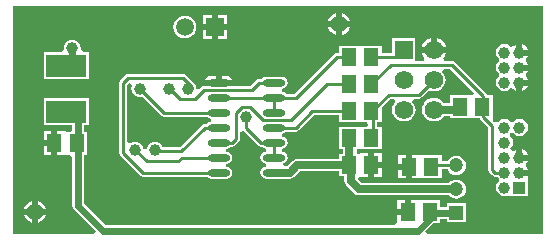
<source format=gbl>
G04 Layer_Physical_Order=2*
G04 Layer_Color=16711680*
%FSLAX24Y24*%
%MOIN*%
G70*
G01*
G75*
%ADD10R,0.0512X0.0591*%
%ADD21C,0.0236*%
%ADD22C,0.0100*%
%ADD23C,0.0250*%
%ADD26C,0.0551*%
%ADD27C,0.0472*%
%ADD28R,0.0472X0.0472*%
%ADD29C,0.0620*%
%ADD30R,0.0620X0.0620*%
%ADD31R,0.0394X0.0394*%
%ADD32C,0.0394*%
%ADD33C,0.0591*%
%ADD34R,0.0591X0.0591*%
%ADD35R,0.1339X0.0748*%
%ADD36O,0.0748X0.0236*%
G36*
X4198Y-3804D02*
X312D01*
X274Y-3712D01*
X560Y-3425D01*
X760D01*
Y-3289D01*
X984D01*
Y-3404D01*
X1616D01*
Y-2771D01*
X984D01*
Y-2885D01*
X760D01*
Y-2675D01*
X124D01*
X32Y-2655D01*
X32Y-2655D01*
X32Y-2655D01*
X-224D01*
Y-3050D01*
X-324D01*
Y-3150D01*
X-680D01*
Y-3445D01*
X-763Y-3487D01*
X-10377D01*
X-11099Y-2766D01*
Y-1151D01*
X-11016D01*
Y-400D01*
X-11099D01*
Y-172D01*
X-10951D01*
Y736D01*
X-12449D01*
Y-172D01*
X-11503D01*
Y-329D01*
X-11573Y-400D01*
X-11653D01*
X-11745Y-380D01*
X-11780Y-380D01*
X-12000D01*
Y-775D01*
Y-1171D01*
X-11780D01*
X-11745Y-1171D01*
X-11653Y-1151D01*
X-11573D01*
X-11503Y-1221D01*
Y-2849D01*
X-11487Y-2927D01*
X-11444Y-2992D01*
X-10724Y-3712D01*
X-10762Y-3804D01*
X-13467D01*
Y3804D01*
X4198D01*
Y-3804D01*
D02*
G37*
%LPC*%
G36*
X-12200Y-875D02*
X-12456D01*
Y-1171D01*
X-12200D01*
Y-875D01*
D02*
G37*
G36*
X-374Y-1155D02*
X-630D01*
Y-1450D01*
X-374D01*
Y-1155D01*
D02*
G37*
G36*
X-1426Y-1105D02*
Y-1400D01*
X-1170D01*
Y-1105D01*
X-1426D01*
D02*
G37*
G36*
X3506Y-970D02*
Y-1150D01*
X3686D01*
X3666Y-1100D01*
X3618Y-1038D01*
X3556Y-991D01*
X3506Y-970D01*
D02*
G37*
G36*
X-6725Y1472D02*
X-6881D01*
X-6966Y1455D01*
X-7038Y1407D01*
X-7077Y1350D01*
X-6725D01*
Y1472D01*
D02*
G37*
G36*
X3686Y1150D02*
X3506D01*
Y970D01*
X3556Y991D01*
X3618Y1038D01*
X3666Y1100D01*
X3686Y1150D01*
D02*
G37*
G36*
X-12200Y-380D02*
X-12456D01*
Y-675D01*
X-12200D01*
Y-380D01*
D02*
G37*
G36*
X82Y-1155D02*
X46Y-1155D01*
X-174D01*
Y-1550D01*
Y-1945D01*
X46D01*
X82Y-1945D01*
X174Y-1925D01*
X810D01*
Y-1645D01*
X1013D01*
X1024Y-1672D01*
X1074Y-1738D01*
X1141Y-1789D01*
X1217Y-1821D01*
X1300Y-1832D01*
X1383Y-1821D01*
X1459Y-1789D01*
X1526Y-1738D01*
X1576Y-1672D01*
X1608Y-1595D01*
X1619Y-1513D01*
X1608Y-1430D01*
X1576Y-1353D01*
X1526Y-1287D01*
X1459Y-1236D01*
X1383Y-1205D01*
X1300Y-1194D01*
X1217Y-1205D01*
X1141Y-1236D01*
X1074Y-1287D01*
X1024Y-1353D01*
X1013Y-1380D01*
X810D01*
Y-1175D01*
X174D01*
X82Y-1155D01*
D02*
G37*
G36*
X-12850Y-2685D02*
X-12939Y-2722D01*
X-13018Y-2782D01*
X-13078Y-2861D01*
X-13115Y-2950D01*
X-12850D01*
Y-2685D01*
D02*
G37*
G36*
X-12385Y-3150D02*
X-12650D01*
Y-3415D01*
X-12561Y-3378D01*
X-12482Y-3318D01*
X-12422Y-3239D01*
X-12385Y-3150D01*
D02*
G37*
G36*
X-12850D02*
X-13115D01*
X-13078Y-3239D01*
X-13018Y-3318D01*
X-12939Y-3378D01*
X-12850Y-3415D01*
Y-3150D01*
D02*
G37*
G36*
X-12650Y-2685D02*
Y-2950D01*
X-12385D01*
X-12422Y-2861D01*
X-12482Y-2782D01*
X-12561Y-2722D01*
X-12650Y-2685D01*
D02*
G37*
G36*
X-1170Y-1600D02*
X-1426D01*
Y-1895D01*
X-1170D01*
Y-1600D01*
D02*
G37*
G36*
X-374Y-1650D02*
X-630D01*
Y-1945D01*
X-374D01*
Y-1650D01*
D02*
G37*
G36*
X-424Y-2655D02*
X-680D01*
Y-2950D01*
X-424D01*
Y-2655D01*
D02*
G37*
G36*
X-7750Y3479D02*
X-7848Y3466D01*
X-7939Y3428D01*
X-8018Y3368D01*
X-8078Y3289D01*
X-8116Y3198D01*
X-8129Y3100D01*
X-8116Y3002D01*
X-8078Y2911D01*
X-8018Y2832D01*
X-7939Y2772D01*
X-7848Y2734D01*
X-7750Y2721D01*
X-7652Y2734D01*
X-7561Y2772D01*
X-7482Y2832D01*
X-7422Y2911D01*
X-7384Y3002D01*
X-7371Y3100D01*
X-7384Y3198D01*
X-7422Y3289D01*
X-7482Y3368D01*
X-7561Y3428D01*
X-7652Y3466D01*
X-7750Y3479D01*
D02*
G37*
G36*
X-2700Y3100D02*
X-2965D01*
X-2928Y3011D01*
X-2868Y2932D01*
X-2789Y2872D01*
X-2700Y2835D01*
Y3100D01*
D02*
G37*
G36*
X-6850Y3000D02*
X-7145D01*
Y2705D01*
X-6850D01*
Y3000D01*
D02*
G37*
G36*
X-6355D02*
X-6650D01*
Y2705D01*
X-6355D01*
Y3000D01*
D02*
G37*
G36*
X-2235Y3100D02*
X-2500D01*
Y2835D01*
X-2411Y2872D01*
X-2332Y2932D01*
X-2272Y3011D01*
X-2235Y3100D01*
D02*
G37*
G36*
X-2700Y3565D02*
X-2789Y3528D01*
X-2868Y3468D01*
X-2928Y3389D01*
X-2965Y3300D01*
X-2700D01*
Y3565D01*
D02*
G37*
G36*
X-2500D02*
Y3300D01*
X-2235D01*
X-2272Y3389D01*
X-2332Y3468D01*
X-2411Y3528D01*
X-2500Y3565D01*
D02*
G37*
G36*
X-6850Y3495D02*
X-7145D01*
Y3200D01*
X-6850D01*
Y3495D01*
D02*
G37*
G36*
X-6355D02*
X-6650D01*
Y3200D01*
X-6355D01*
Y3495D01*
D02*
G37*
G36*
X-6369Y1472D02*
X-6525D01*
Y1350D01*
X-6174D01*
X-6212Y1407D01*
X-6284Y1455D01*
X-6369Y1472D01*
D02*
G37*
G36*
X-60Y2740D02*
X-840D01*
Y2233D01*
X-1190D01*
Y2475D01*
X-1838D01*
X-1862Y2475D01*
X-1938D01*
X-1962Y2475D01*
X-2610D01*
Y2233D01*
X-2687D01*
X-2738Y2222D01*
X-2781Y2194D01*
X-4092Y883D01*
X-4369D01*
X-4376Y893D01*
X-4442Y937D01*
X-4519Y952D01*
Y1048D01*
X-4442Y1063D01*
X-4376Y1107D01*
X-4332Y1173D01*
X-4317Y1250D01*
X-4332Y1327D01*
X-4376Y1393D01*
X-4442Y1437D01*
X-4519Y1452D01*
X-5031D01*
X-5108Y1437D01*
X-5174Y1393D01*
X-5180Y1383D01*
X-5270D01*
X-5321Y1372D01*
X-5364Y1344D01*
X-5575Y1133D01*
X-6074D01*
X-6088Y1150D01*
X-7109D01*
X-7151Y1122D01*
X-7194Y1094D01*
X-7275Y1013D01*
X-7350Y1042D01*
X-7372Y1057D01*
X-7380Y1122D01*
X-7408Y1190D01*
X-7453Y1247D01*
X-7510Y1292D01*
X-7530Y1300D01*
X-7724Y1494D01*
X-7767Y1522D01*
X-7817Y1533D01*
X-9650D01*
X-9701Y1522D01*
X-9744Y1494D01*
X-9894Y1344D01*
X-9922Y1301D01*
X-9933Y1250D01*
Y-1100D01*
X-9922Y-1151D01*
X-9894Y-1194D01*
X-9244Y-1844D01*
X-9201Y-1872D01*
X-9150Y-1883D01*
X-7031D01*
X-7024Y-1893D01*
X-6958Y-1937D01*
X-6881Y-1952D01*
X-6369D01*
X-6292Y-1937D01*
X-6226Y-1893D01*
X-6183Y-1827D01*
X-6167Y-1750D01*
X-6183Y-1673D01*
X-6226Y-1607D01*
X-6292Y-1563D01*
X-6369Y-1548D01*
Y-1452D01*
X-6292Y-1437D01*
X-6226Y-1393D01*
X-6183Y-1327D01*
X-6167Y-1250D01*
X-6183Y-1173D01*
X-6226Y-1107D01*
X-6292Y-1063D01*
X-6369Y-1048D01*
Y-952D01*
X-6292Y-937D01*
X-6226Y-893D01*
X-6220Y-883D01*
X-6163D01*
X-6113Y-872D01*
X-6070Y-844D01*
X-5942Y-716D01*
X-5913Y-673D01*
X-5903Y-622D01*
Y-384D01*
X-5803Y-353D01*
X-5802Y-354D01*
X-5313Y-844D01*
X-5270Y-872D01*
X-5219Y-883D01*
X-5180D01*
X-5174Y-893D01*
X-5108Y-937D01*
X-5031Y-952D01*
Y-1048D01*
X-5108Y-1063D01*
X-5174Y-1107D01*
X-5217Y-1173D01*
X-5233Y-1250D01*
X-5217Y-1327D01*
X-5174Y-1393D01*
X-5108Y-1437D01*
X-5031Y-1452D01*
Y-1548D01*
X-5108Y-1563D01*
X-5174Y-1607D01*
X-5217Y-1673D01*
X-5233Y-1750D01*
X-5217Y-1827D01*
X-5174Y-1893D01*
X-5108Y-1937D01*
X-5031Y-1952D01*
X-4519D01*
X-4515Y-1951D01*
X-4475Y-1959D01*
X-4250D01*
X-4250Y-1959D01*
X-4170Y-1943D01*
X-4102Y-1898D01*
X-3913Y-1709D01*
X-2610D01*
Y-1875D01*
X-2433D01*
Y-2026D01*
X-2433Y-2026D01*
X-2417Y-2106D01*
X-2372Y-2174D01*
X-2098Y-2448D01*
X-2030Y-2493D01*
X-1950Y-2509D01*
X1062D01*
X1074Y-2526D01*
X1141Y-2576D01*
X1217Y-2608D01*
X1300Y-2619D01*
X1383Y-2608D01*
X1459Y-2576D01*
X1526Y-2526D01*
X1576Y-2459D01*
X1608Y-2383D01*
X1619Y-2300D01*
X1608Y-2217D01*
X1576Y-2141D01*
X1526Y-2074D01*
X1459Y-2024D01*
X1383Y-1992D01*
X1300Y-1981D01*
X1217Y-1992D01*
X1141Y-2024D01*
X1074Y-2074D01*
X1062Y-2091D01*
X-1863D01*
X-1979Y-1975D01*
X-1941Y-1882D01*
X-1882Y-1895D01*
X-1846Y-1895D01*
X-1626D01*
Y-1500D01*
Y-1105D01*
X-1846D01*
X-1882Y-1105D01*
X-1965Y-1123D01*
X-1999Y-1119D01*
X-2000Y-1117D01*
X-2000Y-981D01*
X-1994Y-975D01*
X-1862Y-975D01*
X-1838Y-975D01*
X-1190D01*
Y-225D01*
X-1343D01*
Y-75D01*
X-1190D01*
Y422D01*
X-895Y717D01*
X-776D01*
X-746Y661D01*
X-736Y617D01*
X-791Y547D01*
X-830Y452D01*
X-843Y350D01*
X-830Y248D01*
X-791Y153D01*
X-728Y72D01*
X-647Y9D01*
X-552Y-30D01*
X-450Y-43D01*
X-348Y-30D01*
X-253Y9D01*
X-172Y72D01*
X-109Y153D01*
X-70Y248D01*
X-57Y350D01*
X-70Y452D01*
X-109Y547D01*
X-164Y617D01*
X-154Y661D01*
X-124Y717D01*
X50D01*
X101Y728D01*
X144Y756D01*
X384Y997D01*
X448Y970D01*
X550Y957D01*
X652Y970D01*
X747Y1009D01*
X828Y1072D01*
X891Y1153D01*
X930Y1248D01*
X943Y1350D01*
X930Y1452D01*
X891Y1547D01*
X836Y1617D01*
X846Y1661D01*
X876Y1717D01*
X1095D01*
X1895Y918D01*
X1857Y825D01*
X1762Y825D01*
X1738Y825D01*
X1090D01*
Y559D01*
X881D01*
X828Y628D01*
X747Y691D01*
X652Y730D01*
X550Y743D01*
X448Y730D01*
X353Y691D01*
X272Y628D01*
X209Y547D01*
X170Y452D01*
X157Y350D01*
X170Y248D01*
X209Y153D01*
X272Y72D01*
X353Y9D01*
X448Y-30D01*
X550Y-43D01*
X652Y-30D01*
X747Y9D01*
X828Y72D01*
X881Y141D01*
X1090D01*
Y75D01*
X1738D01*
X1762Y75D01*
X1838D01*
X1862Y75D01*
X2075D01*
X2078Y64D01*
X2106Y21D01*
X2367Y-241D01*
Y-1650D01*
X2378Y-1701D01*
X2406Y-1744D01*
X2506Y-1844D01*
X2549Y-1872D01*
X2600Y-1883D01*
X2662D01*
X2664Y-1890D01*
X2709Y-1947D01*
Y-2053D01*
X2664Y-2110D01*
X2637Y-2178D01*
X2627Y-2250D01*
X2637Y-2322D01*
X2664Y-2390D01*
X2709Y-2447D01*
X2767Y-2492D01*
X2834Y-2520D01*
X2906Y-2529D01*
X2979Y-2520D01*
X3029Y-2499D01*
X3129Y-2527D01*
Y-2527D01*
X3129Y-2527D01*
X3683D01*
Y-1973D01*
X3683Y-1973D01*
X3677Y-1873D01*
X3686Y-1850D01*
X3406D01*
Y-1650D01*
X3686D01*
X3666Y-1600D01*
X3618Y-1538D01*
Y-1462D01*
X3666Y-1400D01*
X3686Y-1350D01*
X3406D01*
Y-1250D01*
X3306D01*
Y-970D01*
X3257Y-991D01*
X3210Y-1027D01*
X3204Y-1028D01*
X3104Y-950D01*
Y-947D01*
X3148Y-890D01*
X3176Y-822D01*
X3186Y-750D01*
X3176Y-678D01*
X3148Y-610D01*
X3104Y-553D01*
Y-447D01*
X3209D01*
X3267Y-492D01*
X3334Y-520D01*
X3406Y-529D01*
X3479Y-520D01*
X3546Y-492D01*
X3604Y-447D01*
X3648Y-390D01*
X3676Y-322D01*
X3686Y-250D01*
X3676Y-178D01*
X3648Y-110D01*
X3604Y-53D01*
X3546Y-8D01*
X3479Y20D01*
X3406Y29D01*
X3334Y20D01*
X3267Y-8D01*
X3209Y-53D01*
X3104D01*
X3046Y-8D01*
X2979Y20D01*
X2906Y29D01*
X2834Y20D01*
X2767Y-8D01*
X2709Y-53D01*
X2698Y-67D01*
X2652Y-78D01*
X2585Y-76D01*
X2573Y-71D01*
X2524Y-22D01*
X2510Y75D01*
X2510D01*
X2510Y75D01*
Y825D01*
X2328D01*
X2322Y851D01*
X2294Y894D01*
X1244Y1944D01*
X1201Y1972D01*
X1150Y1983D01*
X906D01*
X891Y2000D01*
X862Y2083D01*
X908Y2143D01*
X949Y2243D01*
X950Y2250D01*
X150D01*
X151Y2243D01*
X192Y2143D01*
X238Y2083D01*
X209Y2000D01*
X194Y1983D01*
X-60D01*
Y2740D01*
D02*
G37*
G36*
X-11500Y2679D02*
X-11572Y2670D01*
X-11640Y2642D01*
X-11697Y2597D01*
X-11742Y2540D01*
X-11770Y2472D01*
X-11779Y2400D01*
X-11776Y2372D01*
X-11844Y2272D01*
X-12449D01*
Y1364D01*
X-10951D01*
Y2272D01*
X-11156D01*
X-11224Y2372D01*
X-11221Y2400D01*
X-11230Y2472D01*
X-11258Y2540D01*
X-11303Y2597D01*
X-11360Y2642D01*
X-11428Y2670D01*
X-11500Y2679D01*
D02*
G37*
G36*
X3506Y2530D02*
Y2350D01*
X3686D01*
X3666Y2400D01*
X3618Y2462D01*
X3556Y2509D01*
X3506Y2530D01*
D02*
G37*
G36*
X650Y2750D02*
Y2450D01*
X950D01*
X949Y2457D01*
X908Y2557D01*
X842Y2642D01*
X757Y2708D01*
X657Y2749D01*
X650Y2750D01*
D02*
G37*
G36*
X450D02*
X443Y2749D01*
X343Y2708D01*
X258Y2642D01*
X192Y2557D01*
X151Y2457D01*
X150Y2450D01*
X450D01*
Y2750D01*
D02*
G37*
G36*
X3306Y2530D02*
X3257Y2509D01*
X3210Y2473D01*
X3104Y2447D01*
X3046Y2492D01*
X2979Y2520D01*
X2906Y2529D01*
X2834Y2520D01*
X2767Y2492D01*
X2709Y2447D01*
X2664Y2390D01*
X2637Y2322D01*
X2627Y2250D01*
X2637Y2178D01*
X2664Y2110D01*
X2709Y2053D01*
Y1947D01*
X2664Y1890D01*
X2637Y1822D01*
X2627Y1750D01*
X2637Y1678D01*
X2664Y1610D01*
X2709Y1553D01*
Y1447D01*
X2664Y1390D01*
X2637Y1322D01*
X2627Y1250D01*
X2637Y1178D01*
X2664Y1110D01*
X2709Y1053D01*
X2767Y1008D01*
X2834Y980D01*
X2906Y971D01*
X2979Y980D01*
X3046Y1008D01*
X3104Y1053D01*
X3210Y1027D01*
X3257Y991D01*
X3306Y970D01*
Y1250D01*
X3406D01*
Y1350D01*
X3686D01*
X3666Y1400D01*
X3618Y1462D01*
Y1538D01*
X3666Y1600D01*
X3686Y1650D01*
X3406D01*
Y1850D01*
X3686D01*
X3666Y1900D01*
X3618Y1962D01*
Y2038D01*
X3666Y2100D01*
X3686Y2150D01*
X3406D01*
Y2250D01*
X3306D01*
Y2530D01*
D02*
G37*
%LPD*%
G36*
X-9577Y1224D02*
X-9522Y1122D01*
X-9531Y1050D01*
X-9522Y978D01*
X-9494Y910D01*
X-9449Y853D01*
X-9392Y808D01*
X-9324Y780D01*
X-9252Y771D01*
X-9180Y780D01*
X-9173Y783D01*
X-8546Y156D01*
X-8503Y128D01*
X-8452Y117D01*
X-7031D01*
X-7024Y107D01*
X-6958Y63D01*
X-6881Y48D01*
Y-48D01*
X-6958Y-63D01*
X-7024Y-107D01*
X-7031Y-117D01*
X-7087D01*
X-7137Y-128D01*
X-7180Y-156D01*
X-7925Y-901D01*
X-8491D01*
X-8508Y-860D01*
X-8553Y-803D01*
X-8610Y-758D01*
X-8678Y-730D01*
X-8750Y-721D01*
X-8822Y-730D01*
X-8890Y-758D01*
X-8947Y-803D01*
X-8992Y-860D01*
X-9020Y-928D01*
X-9025Y-965D01*
X-9125D01*
X-9130Y-928D01*
X-9158Y-860D01*
X-9203Y-803D01*
X-9260Y-758D01*
X-9328Y-730D01*
X-9400Y-721D01*
X-9472Y-730D01*
X-9540Y-758D01*
X-9567Y-780D01*
X-9662Y-741D01*
X-9667Y-736D01*
Y1171D01*
X-9580Y1224D01*
X-9577Y1224D01*
D02*
G37*
G36*
X-2610Y-75D02*
X-1962D01*
X-1938Y-75D01*
X-1862D01*
X-1838Y-75D01*
X-1660D01*
X-1630Y-175D01*
X-1679Y-225D01*
X-1838D01*
X-1862Y-225D01*
X-1938D01*
X-1962Y-225D01*
X-2610D01*
Y-975D01*
X-2483D01*
Y-1125D01*
X-2610D01*
Y-1291D01*
X-4000D01*
X-4080Y-1307D01*
X-4148Y-1352D01*
X-4148Y-1352D01*
X-4337Y-1541D01*
X-4454D01*
X-4464Y-1441D01*
X-4442Y-1437D01*
X-4376Y-1393D01*
X-4332Y-1327D01*
X-4317Y-1250D01*
X-4332Y-1173D01*
X-4376Y-1107D01*
X-4442Y-1063D01*
X-4519Y-1048D01*
Y-952D01*
X-4442Y-937D01*
X-4376Y-893D01*
X-4332Y-827D01*
X-4317Y-750D01*
X-4332Y-673D01*
X-4376Y-607D01*
X-4442Y-563D01*
X-4519Y-548D01*
Y-452D01*
X-4442Y-437D01*
X-4376Y-393D01*
X-4369Y-383D01*
X-4050D01*
X-3999Y-372D01*
X-3956Y-344D01*
X-3445Y167D01*
X-2610D01*
Y-75D01*
D02*
G37*
D10*
X-1526Y-600D02*
D03*
X-2274D02*
D03*
X-1526Y300D02*
D03*
X-2274D02*
D03*
Y2100D02*
D03*
X-1526D02*
D03*
X2174Y450D02*
D03*
X1426D02*
D03*
X-2274Y1200D02*
D03*
X-1526D02*
D03*
X-274Y-1550D02*
D03*
X474D02*
D03*
X424Y-3050D02*
D03*
X-324D02*
D03*
X-1526Y-1500D02*
D03*
X-2274D02*
D03*
X-11352Y-775D02*
D03*
X-12100D02*
D03*
D21*
X-11500Y2018D02*
Y2400D01*
X11Y-3689D02*
X613Y-3087D01*
X1300D01*
X-11301Y-2849D02*
Y250D01*
Y-2849D02*
X-10461Y-3689D01*
X11D01*
D22*
X2200Y114D02*
Y800D01*
X-876Y1850D02*
X1150D01*
X2200Y114D02*
X2500Y-186D01*
X1150Y1850D02*
X2200Y800D01*
X-1526Y1200D02*
X-876Y1850D01*
X50Y850D02*
X550Y1350D01*
X-950Y850D02*
X50D01*
X-1476Y324D02*
X-950Y850D01*
X2500Y-1650D02*
Y-186D01*
Y-1650D02*
X2600Y-1750D01*
X-3500Y300D02*
X-2274D01*
X-4050Y-250D02*
X-3500Y300D01*
X-4475Y-250D02*
X-4050D01*
X-6625Y250D02*
X-6325D01*
X-8452D02*
X-6625D01*
X-9252Y1102D02*
X-9226Y1076D01*
X-9252Y1050D02*
X-8452Y250D01*
X-7400Y700D02*
X-7100Y1000D01*
X-7905Y700D02*
X-7400D01*
X-8268Y1063D02*
X-7905Y700D01*
X-9800Y1250D02*
X-9650Y1400D01*
X-9800Y-1100D02*
Y1250D01*
Y-1100D02*
X-9150Y-1750D01*
X-7817Y1400D02*
X-7520Y1102D01*
X-9650Y1400D02*
X-7817D01*
X-9150Y-1750D02*
X-6625D01*
X-9022Y-1378D02*
X-7978D01*
X-9400Y-1000D02*
X-9022Y-1378D01*
X-3000Y1200D02*
X-2274D01*
X-4200Y0D02*
X-3000Y1200D01*
X-1476Y-580D02*
Y324D01*
X-5148Y0D02*
X-4200D01*
X-4775Y750D02*
X-4037D01*
X-2687Y2100D01*
X-2274D01*
X-1300D02*
X-500D01*
X-4825Y700D02*
X-4775D01*
X2600Y-1750D02*
X2906D01*
X-6625D02*
X-6325D01*
X-7100Y1000D02*
X-5520D01*
X-7330Y1250D02*
X-6625D01*
X-5760D01*
X-6625D02*
Y1835D01*
X-5270Y1250D02*
X-4775D01*
X-5520Y1000D02*
X-5270Y1250D01*
X-5219Y-750D02*
X-4775D01*
X-6675Y200D02*
X-6625D01*
Y750D02*
X-4825D01*
X-4775Y300D02*
Y700D01*
Y-1250D02*
Y-750D01*
X-5709Y-261D02*
Y98D01*
X-6036Y234D02*
X-5844Y425D01*
X-5573D01*
X-5148Y0D01*
X-5709Y-261D02*
X-5219Y-750D01*
X-7850Y-1250D02*
X-6625D01*
X-7870Y-1033D02*
X-7087Y-250D01*
X-8750Y-1033D02*
X-7870D01*
X-7087Y-250D02*
X-6625D01*
X-6325D01*
X-7978Y-1378D02*
X-7850Y-1250D01*
X-6625Y-750D02*
X-6163D01*
X-6036Y-622D01*
Y234D01*
X511Y-1513D02*
X1300D01*
D23*
X550Y350D02*
X1476D01*
X-2224Y-2026D02*
X-1950Y-2300D01*
X-4000Y-1500D02*
X-2274D01*
X-4250Y-1750D02*
X-4000Y-1500D01*
X-4475Y-1750D02*
X-4250D01*
X-2274Y-1500D02*
X-2224D01*
Y-2026D02*
Y-1500D01*
X-2274D02*
Y-600D01*
X-1950Y-2300D02*
X1300D01*
D26*
X-12750Y-3050D02*
D03*
X-2600Y3200D02*
D03*
D27*
X1300Y-2300D02*
D03*
Y-1513D02*
D03*
D28*
Y-3087D02*
D03*
D29*
X-450Y350D02*
D03*
Y1350D02*
D03*
X550Y350D02*
D03*
Y1350D02*
D03*
Y2350D02*
D03*
D30*
X-450D02*
D03*
D31*
X3406Y-2250D02*
D03*
D32*
X2906D02*
D03*
X3406Y-1750D02*
D03*
X2906D02*
D03*
X3406Y-1250D02*
D03*
X2906D02*
D03*
Y-750D02*
D03*
X3406Y-250D02*
D03*
X2906D02*
D03*
X3406Y1250D02*
D03*
X2906D02*
D03*
X3406Y1750D02*
D03*
X2906D02*
D03*
X3406Y2250D02*
D03*
X2906D02*
D03*
X-11500Y2400D02*
D03*
X-9450Y-3250D02*
D03*
X-950Y-1600D02*
D03*
Y-3050D02*
D03*
X-2150Y-3250D02*
D03*
X-3100D02*
D03*
Y-2200D02*
D03*
Y-900D02*
D03*
X-10350Y700D02*
D03*
X-10650Y3550D02*
D03*
X-4750Y3000D02*
D03*
X-8750Y-1000D02*
D03*
X-9400D02*
D03*
X-7650Y1050D02*
D03*
X-9252D02*
D03*
X2800Y-3350D02*
D03*
X3100Y3300D02*
D03*
X-8268Y1050D02*
D03*
X-5709Y98D02*
D03*
Y-984D02*
D03*
X-7800Y-200D02*
D03*
X-8300Y-3250D02*
D03*
D33*
X-7750Y3100D02*
D03*
D34*
X-6750D02*
D03*
D35*
X-11700Y282D02*
D03*
Y1818D02*
D03*
D36*
X-4775Y1250D02*
D03*
Y750D02*
D03*
Y250D02*
D03*
Y-250D02*
D03*
Y-750D02*
D03*
Y-1250D02*
D03*
Y-1750D02*
D03*
X-6625Y1250D02*
D03*
Y750D02*
D03*
Y250D02*
D03*
Y-250D02*
D03*
Y-750D02*
D03*
Y-1250D02*
D03*
Y-1750D02*
D03*
M02*

</source>
